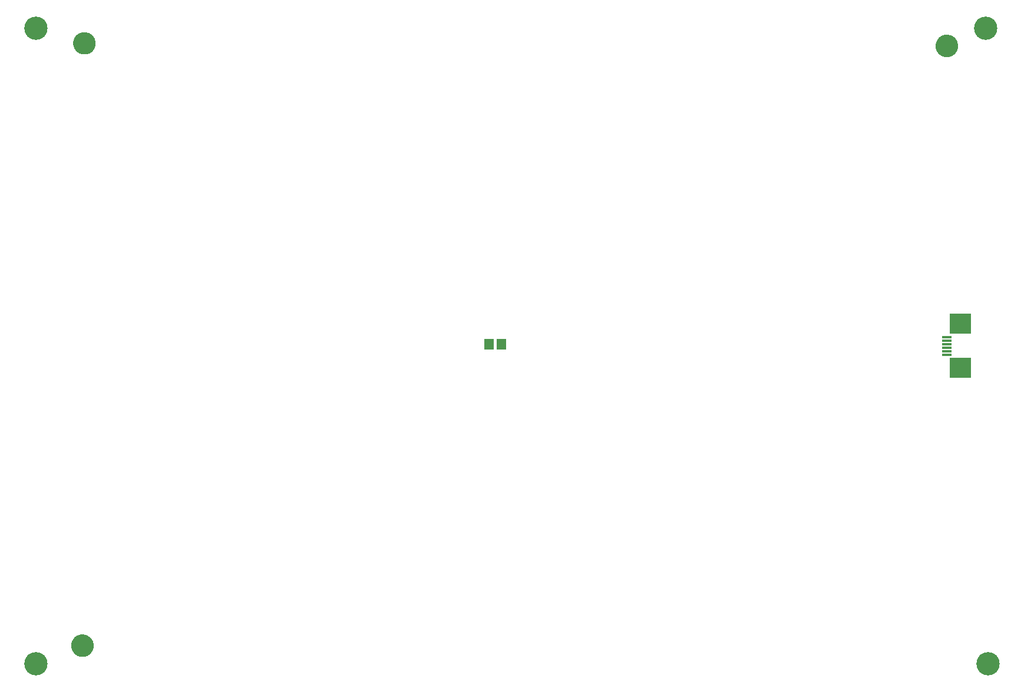
<source format=gbs>
G75*
%MOIN*%
%OFA0B0*%
%FSLAX25Y25*%
%IPPOS*%
%LPD*%
%AMOC8*
5,1,8,0,0,1.08239X$1,22.5*
%
%ADD10C,0.13198*%
%ADD11C,0.08600*%
%ADD12C,0.04600*%
%ADD13R,0.05250X0.06025*%
%ADD14R,0.05324X0.01781*%
%ADD15R,0.12411X0.11230*%
D10*
X0049831Y0048863D03*
X0049831Y0409020D03*
X0587154Y0409020D03*
X0588335Y0048863D03*
D11*
X0074122Y0059178D02*
X0074124Y0059266D01*
X0074130Y0059354D01*
X0074140Y0059442D01*
X0074154Y0059530D01*
X0074171Y0059616D01*
X0074193Y0059702D01*
X0074218Y0059786D01*
X0074248Y0059870D01*
X0074280Y0059952D01*
X0074317Y0060032D01*
X0074357Y0060111D01*
X0074401Y0060188D01*
X0074448Y0060263D01*
X0074498Y0060335D01*
X0074552Y0060406D01*
X0074608Y0060473D01*
X0074668Y0060539D01*
X0074730Y0060601D01*
X0074796Y0060661D01*
X0074863Y0060717D01*
X0074934Y0060771D01*
X0075006Y0060821D01*
X0075081Y0060868D01*
X0075158Y0060912D01*
X0075237Y0060952D01*
X0075317Y0060989D01*
X0075399Y0061021D01*
X0075483Y0061051D01*
X0075567Y0061076D01*
X0075653Y0061098D01*
X0075739Y0061115D01*
X0075827Y0061129D01*
X0075915Y0061139D01*
X0076003Y0061145D01*
X0076091Y0061147D01*
X0076179Y0061145D01*
X0076267Y0061139D01*
X0076355Y0061129D01*
X0076443Y0061115D01*
X0076529Y0061098D01*
X0076615Y0061076D01*
X0076699Y0061051D01*
X0076783Y0061021D01*
X0076865Y0060989D01*
X0076945Y0060952D01*
X0077024Y0060912D01*
X0077101Y0060868D01*
X0077176Y0060821D01*
X0077248Y0060771D01*
X0077319Y0060717D01*
X0077386Y0060661D01*
X0077452Y0060601D01*
X0077514Y0060539D01*
X0077574Y0060473D01*
X0077630Y0060406D01*
X0077684Y0060335D01*
X0077734Y0060263D01*
X0077781Y0060188D01*
X0077825Y0060111D01*
X0077865Y0060032D01*
X0077902Y0059952D01*
X0077934Y0059870D01*
X0077964Y0059786D01*
X0077989Y0059702D01*
X0078011Y0059616D01*
X0078028Y0059530D01*
X0078042Y0059442D01*
X0078052Y0059354D01*
X0078058Y0059266D01*
X0078060Y0059178D01*
X0078058Y0059090D01*
X0078052Y0059002D01*
X0078042Y0058914D01*
X0078028Y0058826D01*
X0078011Y0058740D01*
X0077989Y0058654D01*
X0077964Y0058570D01*
X0077934Y0058486D01*
X0077902Y0058404D01*
X0077865Y0058324D01*
X0077825Y0058245D01*
X0077781Y0058168D01*
X0077734Y0058093D01*
X0077684Y0058021D01*
X0077630Y0057950D01*
X0077574Y0057883D01*
X0077514Y0057817D01*
X0077452Y0057755D01*
X0077386Y0057695D01*
X0077319Y0057639D01*
X0077248Y0057585D01*
X0077176Y0057535D01*
X0077101Y0057488D01*
X0077024Y0057444D01*
X0076945Y0057404D01*
X0076865Y0057367D01*
X0076783Y0057335D01*
X0076699Y0057305D01*
X0076615Y0057280D01*
X0076529Y0057258D01*
X0076443Y0057241D01*
X0076355Y0057227D01*
X0076267Y0057217D01*
X0076179Y0057211D01*
X0076091Y0057209D01*
X0076003Y0057211D01*
X0075915Y0057217D01*
X0075827Y0057227D01*
X0075739Y0057241D01*
X0075653Y0057258D01*
X0075567Y0057280D01*
X0075483Y0057305D01*
X0075399Y0057335D01*
X0075317Y0057367D01*
X0075237Y0057404D01*
X0075158Y0057444D01*
X0075081Y0057488D01*
X0075006Y0057535D01*
X0074934Y0057585D01*
X0074863Y0057639D01*
X0074796Y0057695D01*
X0074730Y0057755D01*
X0074668Y0057817D01*
X0074608Y0057883D01*
X0074552Y0057950D01*
X0074498Y0058021D01*
X0074448Y0058093D01*
X0074401Y0058168D01*
X0074357Y0058245D01*
X0074317Y0058324D01*
X0074280Y0058404D01*
X0074248Y0058486D01*
X0074218Y0058570D01*
X0074193Y0058654D01*
X0074171Y0058740D01*
X0074154Y0058826D01*
X0074140Y0058914D01*
X0074130Y0059002D01*
X0074124Y0059090D01*
X0074122Y0059178D01*
X0075264Y0400398D02*
X0075266Y0400486D01*
X0075272Y0400574D01*
X0075282Y0400662D01*
X0075296Y0400750D01*
X0075313Y0400836D01*
X0075335Y0400922D01*
X0075360Y0401006D01*
X0075390Y0401090D01*
X0075422Y0401172D01*
X0075459Y0401252D01*
X0075499Y0401331D01*
X0075543Y0401408D01*
X0075590Y0401483D01*
X0075640Y0401555D01*
X0075694Y0401626D01*
X0075750Y0401693D01*
X0075810Y0401759D01*
X0075872Y0401821D01*
X0075938Y0401881D01*
X0076005Y0401937D01*
X0076076Y0401991D01*
X0076148Y0402041D01*
X0076223Y0402088D01*
X0076300Y0402132D01*
X0076379Y0402172D01*
X0076459Y0402209D01*
X0076541Y0402241D01*
X0076625Y0402271D01*
X0076709Y0402296D01*
X0076795Y0402318D01*
X0076881Y0402335D01*
X0076969Y0402349D01*
X0077057Y0402359D01*
X0077145Y0402365D01*
X0077233Y0402367D01*
X0077321Y0402365D01*
X0077409Y0402359D01*
X0077497Y0402349D01*
X0077585Y0402335D01*
X0077671Y0402318D01*
X0077757Y0402296D01*
X0077841Y0402271D01*
X0077925Y0402241D01*
X0078007Y0402209D01*
X0078087Y0402172D01*
X0078166Y0402132D01*
X0078243Y0402088D01*
X0078318Y0402041D01*
X0078390Y0401991D01*
X0078461Y0401937D01*
X0078528Y0401881D01*
X0078594Y0401821D01*
X0078656Y0401759D01*
X0078716Y0401693D01*
X0078772Y0401626D01*
X0078826Y0401555D01*
X0078876Y0401483D01*
X0078923Y0401408D01*
X0078967Y0401331D01*
X0079007Y0401252D01*
X0079044Y0401172D01*
X0079076Y0401090D01*
X0079106Y0401006D01*
X0079131Y0400922D01*
X0079153Y0400836D01*
X0079170Y0400750D01*
X0079184Y0400662D01*
X0079194Y0400574D01*
X0079200Y0400486D01*
X0079202Y0400398D01*
X0079200Y0400310D01*
X0079194Y0400222D01*
X0079184Y0400134D01*
X0079170Y0400046D01*
X0079153Y0399960D01*
X0079131Y0399874D01*
X0079106Y0399790D01*
X0079076Y0399706D01*
X0079044Y0399624D01*
X0079007Y0399544D01*
X0078967Y0399465D01*
X0078923Y0399388D01*
X0078876Y0399313D01*
X0078826Y0399241D01*
X0078772Y0399170D01*
X0078716Y0399103D01*
X0078656Y0399037D01*
X0078594Y0398975D01*
X0078528Y0398915D01*
X0078461Y0398859D01*
X0078390Y0398805D01*
X0078318Y0398755D01*
X0078243Y0398708D01*
X0078166Y0398664D01*
X0078087Y0398624D01*
X0078007Y0398587D01*
X0077925Y0398555D01*
X0077841Y0398525D01*
X0077757Y0398500D01*
X0077671Y0398478D01*
X0077585Y0398461D01*
X0077497Y0398447D01*
X0077409Y0398437D01*
X0077321Y0398431D01*
X0077233Y0398429D01*
X0077145Y0398431D01*
X0077057Y0398437D01*
X0076969Y0398447D01*
X0076881Y0398461D01*
X0076795Y0398478D01*
X0076709Y0398500D01*
X0076625Y0398525D01*
X0076541Y0398555D01*
X0076459Y0398587D01*
X0076379Y0398624D01*
X0076300Y0398664D01*
X0076223Y0398708D01*
X0076148Y0398755D01*
X0076076Y0398805D01*
X0076005Y0398859D01*
X0075938Y0398915D01*
X0075872Y0398975D01*
X0075810Y0399037D01*
X0075750Y0399103D01*
X0075694Y0399170D01*
X0075640Y0399241D01*
X0075590Y0399313D01*
X0075543Y0399388D01*
X0075499Y0399465D01*
X0075459Y0399544D01*
X0075422Y0399624D01*
X0075390Y0399706D01*
X0075360Y0399790D01*
X0075335Y0399874D01*
X0075313Y0399960D01*
X0075296Y0400046D01*
X0075282Y0400134D01*
X0075272Y0400222D01*
X0075266Y0400310D01*
X0075264Y0400398D01*
X0563177Y0398902D02*
X0563179Y0398990D01*
X0563185Y0399078D01*
X0563195Y0399166D01*
X0563209Y0399254D01*
X0563226Y0399340D01*
X0563248Y0399426D01*
X0563273Y0399510D01*
X0563303Y0399594D01*
X0563335Y0399676D01*
X0563372Y0399756D01*
X0563412Y0399835D01*
X0563456Y0399912D01*
X0563503Y0399987D01*
X0563553Y0400059D01*
X0563607Y0400130D01*
X0563663Y0400197D01*
X0563723Y0400263D01*
X0563785Y0400325D01*
X0563851Y0400385D01*
X0563918Y0400441D01*
X0563989Y0400495D01*
X0564061Y0400545D01*
X0564136Y0400592D01*
X0564213Y0400636D01*
X0564292Y0400676D01*
X0564372Y0400713D01*
X0564454Y0400745D01*
X0564538Y0400775D01*
X0564622Y0400800D01*
X0564708Y0400822D01*
X0564794Y0400839D01*
X0564882Y0400853D01*
X0564970Y0400863D01*
X0565058Y0400869D01*
X0565146Y0400871D01*
X0565234Y0400869D01*
X0565322Y0400863D01*
X0565410Y0400853D01*
X0565498Y0400839D01*
X0565584Y0400822D01*
X0565670Y0400800D01*
X0565754Y0400775D01*
X0565838Y0400745D01*
X0565920Y0400713D01*
X0566000Y0400676D01*
X0566079Y0400636D01*
X0566156Y0400592D01*
X0566231Y0400545D01*
X0566303Y0400495D01*
X0566374Y0400441D01*
X0566441Y0400385D01*
X0566507Y0400325D01*
X0566569Y0400263D01*
X0566629Y0400197D01*
X0566685Y0400130D01*
X0566739Y0400059D01*
X0566789Y0399987D01*
X0566836Y0399912D01*
X0566880Y0399835D01*
X0566920Y0399756D01*
X0566957Y0399676D01*
X0566989Y0399594D01*
X0567019Y0399510D01*
X0567044Y0399426D01*
X0567066Y0399340D01*
X0567083Y0399254D01*
X0567097Y0399166D01*
X0567107Y0399078D01*
X0567113Y0398990D01*
X0567115Y0398902D01*
X0567113Y0398814D01*
X0567107Y0398726D01*
X0567097Y0398638D01*
X0567083Y0398550D01*
X0567066Y0398464D01*
X0567044Y0398378D01*
X0567019Y0398294D01*
X0566989Y0398210D01*
X0566957Y0398128D01*
X0566920Y0398048D01*
X0566880Y0397969D01*
X0566836Y0397892D01*
X0566789Y0397817D01*
X0566739Y0397745D01*
X0566685Y0397674D01*
X0566629Y0397607D01*
X0566569Y0397541D01*
X0566507Y0397479D01*
X0566441Y0397419D01*
X0566374Y0397363D01*
X0566303Y0397309D01*
X0566231Y0397259D01*
X0566156Y0397212D01*
X0566079Y0397168D01*
X0566000Y0397128D01*
X0565920Y0397091D01*
X0565838Y0397059D01*
X0565754Y0397029D01*
X0565670Y0397004D01*
X0565584Y0396982D01*
X0565498Y0396965D01*
X0565410Y0396951D01*
X0565322Y0396941D01*
X0565234Y0396935D01*
X0565146Y0396933D01*
X0565058Y0396935D01*
X0564970Y0396941D01*
X0564882Y0396951D01*
X0564794Y0396965D01*
X0564708Y0396982D01*
X0564622Y0397004D01*
X0564538Y0397029D01*
X0564454Y0397059D01*
X0564372Y0397091D01*
X0564292Y0397128D01*
X0564213Y0397168D01*
X0564136Y0397212D01*
X0564061Y0397259D01*
X0563989Y0397309D01*
X0563918Y0397363D01*
X0563851Y0397419D01*
X0563785Y0397479D01*
X0563723Y0397541D01*
X0563663Y0397607D01*
X0563607Y0397674D01*
X0563553Y0397745D01*
X0563503Y0397817D01*
X0563456Y0397892D01*
X0563412Y0397969D01*
X0563372Y0398048D01*
X0563335Y0398128D01*
X0563303Y0398210D01*
X0563273Y0398294D01*
X0563248Y0398378D01*
X0563226Y0398464D01*
X0563209Y0398550D01*
X0563195Y0398638D01*
X0563185Y0398726D01*
X0563179Y0398814D01*
X0563177Y0398902D01*
D12*
X0565146Y0398902D03*
X0077233Y0400398D03*
X0076091Y0059178D03*
D13*
X0305955Y0229769D03*
X0313042Y0229769D03*
D14*
X0565240Y0229936D03*
X0565240Y0227968D03*
X0565240Y0225999D03*
X0565240Y0224031D03*
X0565240Y0231905D03*
X0565240Y0233873D03*
D15*
X0572720Y0241472D03*
X0572720Y0216432D03*
M02*

</source>
